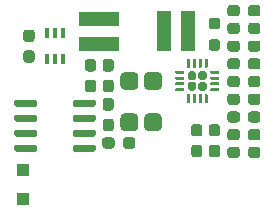
<source format=gbr>
G04 #@! TF.GenerationSoftware,KiCad,Pcbnew,(5.1.9)-1*
G04 #@! TF.CreationDate,2021-05-26T02:25:09+02:00*
G04 #@! TF.ProjectId,Omamori,4f6d616d-6f72-4692-9e6b-696361645f70,rev?*
G04 #@! TF.SameCoordinates,Original*
G04 #@! TF.FileFunction,Paste,Bot*
G04 #@! TF.FilePolarity,Positive*
%FSLAX46Y46*%
G04 Gerber Fmt 4.6, Leading zero omitted, Abs format (unit mm)*
G04 Created by KiCad (PCBNEW (5.1.9)-1) date 2021-05-26 02:25:09*
%MOMM*%
%LPD*%
G01*
G04 APERTURE LIST*
%ADD10R,1.000000X1.000000*%
%ADD11R,3.400000X1.300000*%
%ADD12R,1.300000X3.400000*%
%ADD13R,0.400000X0.900000*%
G04 APERTURE END LIST*
G36*
G01*
X33650000Y-16762500D02*
X33650000Y-17237500D01*
G75*
G02*
X33412500Y-17475000I-237500J0D01*
G01*
X32837500Y-17475000D01*
G75*
G02*
X32600000Y-17237500I0J237500D01*
G01*
X32600000Y-16762500D01*
G75*
G02*
X32837500Y-16525000I237500J0D01*
G01*
X33412500Y-16525000D01*
G75*
G02*
X33650000Y-16762500I0J-237500D01*
G01*
G37*
G36*
G01*
X35400000Y-16762500D02*
X35400000Y-17237500D01*
G75*
G02*
X35162500Y-17475000I-237500J0D01*
G01*
X34587500Y-17475000D01*
G75*
G02*
X34350000Y-17237500I0J237500D01*
G01*
X34350000Y-16762500D01*
G75*
G02*
X34587500Y-16525000I237500J0D01*
G01*
X35162500Y-16525000D01*
G75*
G02*
X35400000Y-16762500I0J-237500D01*
G01*
G37*
G36*
G01*
X31737500Y-18575000D02*
X31262500Y-18575000D01*
G75*
G02*
X31025000Y-18337500I0J237500D01*
G01*
X31025000Y-17837500D01*
G75*
G02*
X31262500Y-17600000I237500J0D01*
G01*
X31737500Y-17600000D01*
G75*
G02*
X31975000Y-17837500I0J-237500D01*
G01*
X31975000Y-18337500D01*
G75*
G02*
X31737500Y-18575000I-237500J0D01*
G01*
G37*
G36*
G01*
X31737500Y-20400000D02*
X31262500Y-20400000D01*
G75*
G02*
X31025000Y-20162500I0J237500D01*
G01*
X31025000Y-19662500D01*
G75*
G02*
X31262500Y-19425000I237500J0D01*
G01*
X31737500Y-19425000D01*
G75*
G02*
X31975000Y-19662500I0J-237500D01*
G01*
X31975000Y-20162500D01*
G75*
G02*
X31737500Y-20400000I-237500J0D01*
G01*
G37*
G36*
G01*
X25919000Y-22188000D02*
X26681000Y-22188000D01*
G75*
G02*
X27062000Y-22569000I0J-381000D01*
G01*
X27062000Y-23331000D01*
G75*
G02*
X26681000Y-23712000I-381000J0D01*
G01*
X25919000Y-23712000D01*
G75*
G02*
X25538000Y-23331000I0J381000D01*
G01*
X25538000Y-22569000D01*
G75*
G02*
X25919000Y-22188000I381000J0D01*
G01*
G37*
G36*
G01*
X23919000Y-22188000D02*
X24681000Y-22188000D01*
G75*
G02*
X25062000Y-22569000I0J-381000D01*
G01*
X25062000Y-23331000D01*
G75*
G02*
X24681000Y-23712000I-381000J0D01*
G01*
X23919000Y-23712000D01*
G75*
G02*
X23538000Y-23331000I0J381000D01*
G01*
X23538000Y-22569000D01*
G75*
G02*
X23919000Y-22188000I381000J0D01*
G01*
G37*
G36*
G01*
X23919000Y-25688000D02*
X24681000Y-25688000D01*
G75*
G02*
X25062000Y-26069000I0J-381000D01*
G01*
X25062000Y-26831000D01*
G75*
G02*
X24681000Y-27212000I-381000J0D01*
G01*
X23919000Y-27212000D01*
G75*
G02*
X23538000Y-26831000I0J381000D01*
G01*
X23538000Y-26069000D01*
G75*
G02*
X23919000Y-25688000I381000J0D01*
G01*
G37*
G36*
G01*
X25919000Y-25688000D02*
X26681000Y-25688000D01*
G75*
G02*
X27062000Y-26069000I0J-381000D01*
G01*
X27062000Y-26831000D01*
G75*
G02*
X26681000Y-27212000I-381000J0D01*
G01*
X25919000Y-27212000D01*
G75*
G02*
X25538000Y-26831000I0J381000D01*
G01*
X25538000Y-26069000D01*
G75*
G02*
X25919000Y-25688000I381000J0D01*
G01*
G37*
D10*
X15300000Y-30450000D03*
X15300000Y-32950000D03*
D11*
X21750000Y-17700000D03*
X21750000Y-19800000D03*
D12*
X27200000Y-18750000D03*
X29300000Y-18750000D03*
G36*
G01*
X20762500Y-22850000D02*
X21237500Y-22850000D01*
G75*
G02*
X21475000Y-23087500I0J-237500D01*
G01*
X21475000Y-23662500D01*
G75*
G02*
X21237500Y-23900000I-237500J0D01*
G01*
X20762500Y-23900000D01*
G75*
G02*
X20525000Y-23662500I0J237500D01*
G01*
X20525000Y-23087500D01*
G75*
G02*
X20762500Y-22850000I237500J0D01*
G01*
G37*
G36*
G01*
X20762500Y-21100000D02*
X21237500Y-21100000D01*
G75*
G02*
X21475000Y-21337500I0J-237500D01*
G01*
X21475000Y-21912500D01*
G75*
G02*
X21237500Y-22150000I-237500J0D01*
G01*
X20762500Y-22150000D01*
G75*
G02*
X20525000Y-21912500I0J237500D01*
G01*
X20525000Y-21337500D01*
G75*
G02*
X20762500Y-21100000I237500J0D01*
G01*
G37*
G36*
G01*
X33650000Y-19762500D02*
X33650000Y-20237500D01*
G75*
G02*
X33412500Y-20475000I-237500J0D01*
G01*
X32837500Y-20475000D01*
G75*
G02*
X32600000Y-20237500I0J237500D01*
G01*
X32600000Y-19762500D01*
G75*
G02*
X32837500Y-19525000I237500J0D01*
G01*
X33412500Y-19525000D01*
G75*
G02*
X33650000Y-19762500I0J-237500D01*
G01*
G37*
G36*
G01*
X35400000Y-19762500D02*
X35400000Y-20237500D01*
G75*
G02*
X35162500Y-20475000I-237500J0D01*
G01*
X34587500Y-20475000D01*
G75*
G02*
X34350000Y-20237500I0J237500D01*
G01*
X34350000Y-19762500D01*
G75*
G02*
X34587500Y-19525000I237500J0D01*
G01*
X35162500Y-19525000D01*
G75*
G02*
X35400000Y-19762500I0J-237500D01*
G01*
G37*
G36*
G01*
X16500000Y-24695000D02*
X16500000Y-24995000D01*
G75*
G02*
X16350000Y-25145000I-150000J0D01*
G01*
X14700000Y-25145000D01*
G75*
G02*
X14550000Y-24995000I0J150000D01*
G01*
X14550000Y-24695000D01*
G75*
G02*
X14700000Y-24545000I150000J0D01*
G01*
X16350000Y-24545000D01*
G75*
G02*
X16500000Y-24695000I0J-150000D01*
G01*
G37*
G36*
G01*
X16500000Y-25965000D02*
X16500000Y-26265000D01*
G75*
G02*
X16350000Y-26415000I-150000J0D01*
G01*
X14700000Y-26415000D01*
G75*
G02*
X14550000Y-26265000I0J150000D01*
G01*
X14550000Y-25965000D01*
G75*
G02*
X14700000Y-25815000I150000J0D01*
G01*
X16350000Y-25815000D01*
G75*
G02*
X16500000Y-25965000I0J-150000D01*
G01*
G37*
G36*
G01*
X16500000Y-27235000D02*
X16500000Y-27535000D01*
G75*
G02*
X16350000Y-27685000I-150000J0D01*
G01*
X14700000Y-27685000D01*
G75*
G02*
X14550000Y-27535000I0J150000D01*
G01*
X14550000Y-27235000D01*
G75*
G02*
X14700000Y-27085000I150000J0D01*
G01*
X16350000Y-27085000D01*
G75*
G02*
X16500000Y-27235000I0J-150000D01*
G01*
G37*
G36*
G01*
X16500000Y-28505000D02*
X16500000Y-28805000D01*
G75*
G02*
X16350000Y-28955000I-150000J0D01*
G01*
X14700000Y-28955000D01*
G75*
G02*
X14550000Y-28805000I0J150000D01*
G01*
X14550000Y-28505000D01*
G75*
G02*
X14700000Y-28355000I150000J0D01*
G01*
X16350000Y-28355000D01*
G75*
G02*
X16500000Y-28505000I0J-150000D01*
G01*
G37*
G36*
G01*
X21450000Y-28505000D02*
X21450000Y-28805000D01*
G75*
G02*
X21300000Y-28955000I-150000J0D01*
G01*
X19650000Y-28955000D01*
G75*
G02*
X19500000Y-28805000I0J150000D01*
G01*
X19500000Y-28505000D01*
G75*
G02*
X19650000Y-28355000I150000J0D01*
G01*
X21300000Y-28355000D01*
G75*
G02*
X21450000Y-28505000I0J-150000D01*
G01*
G37*
G36*
G01*
X21450000Y-27235000D02*
X21450000Y-27535000D01*
G75*
G02*
X21300000Y-27685000I-150000J0D01*
G01*
X19650000Y-27685000D01*
G75*
G02*
X19500000Y-27535000I0J150000D01*
G01*
X19500000Y-27235000D01*
G75*
G02*
X19650000Y-27085000I150000J0D01*
G01*
X21300000Y-27085000D01*
G75*
G02*
X21450000Y-27235000I0J-150000D01*
G01*
G37*
G36*
G01*
X21450000Y-25965000D02*
X21450000Y-26265000D01*
G75*
G02*
X21300000Y-26415000I-150000J0D01*
G01*
X19650000Y-26415000D01*
G75*
G02*
X19500000Y-26265000I0J150000D01*
G01*
X19500000Y-25965000D01*
G75*
G02*
X19650000Y-25815000I150000J0D01*
G01*
X21300000Y-25815000D01*
G75*
G02*
X21450000Y-25965000I0J-150000D01*
G01*
G37*
G36*
G01*
X21450000Y-24695000D02*
X21450000Y-24995000D01*
G75*
G02*
X21300000Y-25145000I-150000J0D01*
G01*
X19650000Y-25145000D01*
G75*
G02*
X19500000Y-24995000I0J150000D01*
G01*
X19500000Y-24695000D01*
G75*
G02*
X19650000Y-24545000I150000J0D01*
G01*
X21300000Y-24545000D01*
G75*
G02*
X21450000Y-24695000I0J-150000D01*
G01*
G37*
D13*
X18650000Y-18900000D03*
X17350000Y-18900000D03*
X18000000Y-21100000D03*
X18000000Y-18900000D03*
X17350000Y-21100000D03*
X18650000Y-21100000D03*
G36*
G01*
X34350000Y-23237500D02*
X34350000Y-22762500D01*
G75*
G02*
X34587500Y-22525000I237500J0D01*
G01*
X35162500Y-22525000D01*
G75*
G02*
X35400000Y-22762500I0J-237500D01*
G01*
X35400000Y-23237500D01*
G75*
G02*
X35162500Y-23475000I-237500J0D01*
G01*
X34587500Y-23475000D01*
G75*
G02*
X34350000Y-23237500I0J237500D01*
G01*
G37*
G36*
G01*
X32600000Y-23237500D02*
X32600000Y-22762500D01*
G75*
G02*
X32837500Y-22525000I237500J0D01*
G01*
X33412500Y-22525000D01*
G75*
G02*
X33650000Y-22762500I0J-237500D01*
G01*
X33650000Y-23237500D01*
G75*
G02*
X33412500Y-23475000I-237500J0D01*
G01*
X32837500Y-23475000D01*
G75*
G02*
X32600000Y-23237500I0J237500D01*
G01*
G37*
G36*
G01*
X34350000Y-27737500D02*
X34350000Y-27262500D01*
G75*
G02*
X34587500Y-27025000I237500J0D01*
G01*
X35162500Y-27025000D01*
G75*
G02*
X35400000Y-27262500I0J-237500D01*
G01*
X35400000Y-27737500D01*
G75*
G02*
X35162500Y-27975000I-237500J0D01*
G01*
X34587500Y-27975000D01*
G75*
G02*
X34350000Y-27737500I0J237500D01*
G01*
G37*
G36*
G01*
X32600000Y-27737500D02*
X32600000Y-27262500D01*
G75*
G02*
X32837500Y-27025000I237500J0D01*
G01*
X33412500Y-27025000D01*
G75*
G02*
X33650000Y-27262500I0J-237500D01*
G01*
X33650000Y-27737500D01*
G75*
G02*
X33412500Y-27975000I-237500J0D01*
G01*
X32837500Y-27975000D01*
G75*
G02*
X32600000Y-27737500I0J237500D01*
G01*
G37*
G36*
G01*
X33650000Y-25762500D02*
X33650000Y-26237500D01*
G75*
G02*
X33412500Y-26475000I-237500J0D01*
G01*
X32837500Y-26475000D01*
G75*
G02*
X32600000Y-26237500I0J237500D01*
G01*
X32600000Y-25762500D01*
G75*
G02*
X32837500Y-25525000I237500J0D01*
G01*
X33412500Y-25525000D01*
G75*
G02*
X33650000Y-25762500I0J-237500D01*
G01*
G37*
G36*
G01*
X35400000Y-25762500D02*
X35400000Y-26237500D01*
G75*
G02*
X35162500Y-26475000I-237500J0D01*
G01*
X34587500Y-26475000D01*
G75*
G02*
X34350000Y-26237500I0J237500D01*
G01*
X34350000Y-25762500D01*
G75*
G02*
X34587500Y-25525000I237500J0D01*
G01*
X35162500Y-25525000D01*
G75*
G02*
X35400000Y-25762500I0J-237500D01*
G01*
G37*
G36*
G01*
X34350000Y-24737500D02*
X34350000Y-24262500D01*
G75*
G02*
X34587500Y-24025000I237500J0D01*
G01*
X35162500Y-24025000D01*
G75*
G02*
X35400000Y-24262500I0J-237500D01*
G01*
X35400000Y-24737500D01*
G75*
G02*
X35162500Y-24975000I-237500J0D01*
G01*
X34587500Y-24975000D01*
G75*
G02*
X34350000Y-24737500I0J237500D01*
G01*
G37*
G36*
G01*
X32600000Y-24737500D02*
X32600000Y-24262500D01*
G75*
G02*
X32837500Y-24025000I237500J0D01*
G01*
X33412500Y-24025000D01*
G75*
G02*
X33650000Y-24262500I0J-237500D01*
G01*
X33650000Y-24737500D01*
G75*
G02*
X33412500Y-24975000I-237500J0D01*
G01*
X32837500Y-24975000D01*
G75*
G02*
X32600000Y-24737500I0J237500D01*
G01*
G37*
G36*
G01*
X29762500Y-28350000D02*
X30237500Y-28350000D01*
G75*
G02*
X30475000Y-28587500I0J-237500D01*
G01*
X30475000Y-29162500D01*
G75*
G02*
X30237500Y-29400000I-237500J0D01*
G01*
X29762500Y-29400000D01*
G75*
G02*
X29525000Y-29162500I0J237500D01*
G01*
X29525000Y-28587500D01*
G75*
G02*
X29762500Y-28350000I237500J0D01*
G01*
G37*
G36*
G01*
X29762500Y-26600000D02*
X30237500Y-26600000D01*
G75*
G02*
X30475000Y-26837500I0J-237500D01*
G01*
X30475000Y-27412500D01*
G75*
G02*
X30237500Y-27650000I-237500J0D01*
G01*
X29762500Y-27650000D01*
G75*
G02*
X29525000Y-27412500I0J237500D01*
G01*
X29525000Y-26837500D01*
G75*
G02*
X29762500Y-26600000I237500J0D01*
G01*
G37*
G36*
G01*
X31262500Y-28350000D02*
X31737500Y-28350000D01*
G75*
G02*
X31975000Y-28587500I0J-237500D01*
G01*
X31975000Y-29162500D01*
G75*
G02*
X31737500Y-29400000I-237500J0D01*
G01*
X31262500Y-29400000D01*
G75*
G02*
X31025000Y-29162500I0J237500D01*
G01*
X31025000Y-28587500D01*
G75*
G02*
X31262500Y-28350000I237500J0D01*
G01*
G37*
G36*
G01*
X31262500Y-26600000D02*
X31737500Y-26600000D01*
G75*
G02*
X31975000Y-26837500I0J-237500D01*
G01*
X31975000Y-27412500D01*
G75*
G02*
X31737500Y-27650000I-237500J0D01*
G01*
X31262500Y-27650000D01*
G75*
G02*
X31025000Y-27412500I0J237500D01*
G01*
X31025000Y-26837500D01*
G75*
G02*
X31262500Y-26600000I237500J0D01*
G01*
G37*
G36*
G01*
X33650000Y-28762500D02*
X33650000Y-29237500D01*
G75*
G02*
X33412500Y-29475000I-237500J0D01*
G01*
X32837500Y-29475000D01*
G75*
G02*
X32600000Y-29237500I0J237500D01*
G01*
X32600000Y-28762500D01*
G75*
G02*
X32837500Y-28525000I237500J0D01*
G01*
X33412500Y-28525000D01*
G75*
G02*
X33650000Y-28762500I0J-237500D01*
G01*
G37*
G36*
G01*
X35400000Y-28762500D02*
X35400000Y-29237500D01*
G75*
G02*
X35162500Y-29475000I-237500J0D01*
G01*
X34587500Y-29475000D01*
G75*
G02*
X34350000Y-29237500I0J237500D01*
G01*
X34350000Y-28762500D01*
G75*
G02*
X34587500Y-28525000I237500J0D01*
G01*
X35162500Y-28525000D01*
G75*
G02*
X35400000Y-28762500I0J-237500D01*
G01*
G37*
G36*
G01*
X23050000Y-27962500D02*
X23050000Y-28437500D01*
G75*
G02*
X22812500Y-28675000I-237500J0D01*
G01*
X22237500Y-28675000D01*
G75*
G02*
X22000000Y-28437500I0J237500D01*
G01*
X22000000Y-27962500D01*
G75*
G02*
X22237500Y-27725000I237500J0D01*
G01*
X22812500Y-27725000D01*
G75*
G02*
X23050000Y-27962500I0J-237500D01*
G01*
G37*
G36*
G01*
X24800000Y-27962500D02*
X24800000Y-28437500D01*
G75*
G02*
X24562500Y-28675000I-237500J0D01*
G01*
X23987500Y-28675000D01*
G75*
G02*
X23750000Y-28437500I0J237500D01*
G01*
X23750000Y-27962500D01*
G75*
G02*
X23987500Y-27725000I237500J0D01*
G01*
X24562500Y-27725000D01*
G75*
G02*
X24800000Y-27962500I0J-237500D01*
G01*
G37*
G36*
G01*
X34350000Y-21737500D02*
X34350000Y-21262500D01*
G75*
G02*
X34587500Y-21025000I237500J0D01*
G01*
X35162500Y-21025000D01*
G75*
G02*
X35400000Y-21262500I0J-237500D01*
G01*
X35400000Y-21737500D01*
G75*
G02*
X35162500Y-21975000I-237500J0D01*
G01*
X34587500Y-21975000D01*
G75*
G02*
X34350000Y-21737500I0J237500D01*
G01*
G37*
G36*
G01*
X32600000Y-21737500D02*
X32600000Y-21262500D01*
G75*
G02*
X32837500Y-21025000I237500J0D01*
G01*
X33412500Y-21025000D01*
G75*
G02*
X33650000Y-21262500I0J-237500D01*
G01*
X33650000Y-21737500D01*
G75*
G02*
X33412500Y-21975000I-237500J0D01*
G01*
X32837500Y-21975000D01*
G75*
G02*
X32600000Y-21737500I0J237500D01*
G01*
G37*
G36*
G01*
X15562500Y-20350000D02*
X16037500Y-20350000D01*
G75*
G02*
X16275000Y-20587500I0J-237500D01*
G01*
X16275000Y-21162500D01*
G75*
G02*
X16037500Y-21400000I-237500J0D01*
G01*
X15562500Y-21400000D01*
G75*
G02*
X15325000Y-21162500I0J237500D01*
G01*
X15325000Y-20587500D01*
G75*
G02*
X15562500Y-20350000I237500J0D01*
G01*
G37*
G36*
G01*
X15562500Y-18600000D02*
X16037500Y-18600000D01*
G75*
G02*
X16275000Y-18837500I0J-237500D01*
G01*
X16275000Y-19412500D01*
G75*
G02*
X16037500Y-19650000I-237500J0D01*
G01*
X15562500Y-19650000D01*
G75*
G02*
X15325000Y-19412500I0J237500D01*
G01*
X15325000Y-18837500D01*
G75*
G02*
X15562500Y-18600000I237500J0D01*
G01*
G37*
G36*
G01*
X22737500Y-25450000D02*
X22262500Y-25450000D01*
G75*
G02*
X22025000Y-25212500I0J237500D01*
G01*
X22025000Y-24637500D01*
G75*
G02*
X22262500Y-24400000I237500J0D01*
G01*
X22737500Y-24400000D01*
G75*
G02*
X22975000Y-24637500I0J-237500D01*
G01*
X22975000Y-25212500D01*
G75*
G02*
X22737500Y-25450000I-237500J0D01*
G01*
G37*
G36*
G01*
X22737500Y-27200000D02*
X22262500Y-27200000D01*
G75*
G02*
X22025000Y-26962500I0J237500D01*
G01*
X22025000Y-26387500D01*
G75*
G02*
X22262500Y-26150000I237500J0D01*
G01*
X22737500Y-26150000D01*
G75*
G02*
X22975000Y-26387500I0J-237500D01*
G01*
X22975000Y-26962500D01*
G75*
G02*
X22737500Y-27200000I-237500J0D01*
G01*
G37*
G36*
G01*
X34350000Y-18737500D02*
X34350000Y-18262500D01*
G75*
G02*
X34587500Y-18025000I237500J0D01*
G01*
X35162500Y-18025000D01*
G75*
G02*
X35400000Y-18262500I0J-237500D01*
G01*
X35400000Y-18737500D01*
G75*
G02*
X35162500Y-18975000I-237500J0D01*
G01*
X34587500Y-18975000D01*
G75*
G02*
X34350000Y-18737500I0J237500D01*
G01*
G37*
G36*
G01*
X32600000Y-18737500D02*
X32600000Y-18262500D01*
G75*
G02*
X32837500Y-18025000I237500J0D01*
G01*
X33412500Y-18025000D01*
G75*
G02*
X33650000Y-18262500I0J-237500D01*
G01*
X33650000Y-18737500D01*
G75*
G02*
X33412500Y-18975000I-237500J0D01*
G01*
X32837500Y-18975000D01*
G75*
G02*
X32600000Y-18737500I0J237500D01*
G01*
G37*
G36*
G01*
X22262500Y-22850000D02*
X22737500Y-22850000D01*
G75*
G02*
X22975000Y-23087500I0J-237500D01*
G01*
X22975000Y-23662500D01*
G75*
G02*
X22737500Y-23900000I-237500J0D01*
G01*
X22262500Y-23900000D01*
G75*
G02*
X22025000Y-23662500I0J237500D01*
G01*
X22025000Y-23087500D01*
G75*
G02*
X22262500Y-22850000I237500J0D01*
G01*
G37*
G36*
G01*
X22262500Y-21100000D02*
X22737500Y-21100000D01*
G75*
G02*
X22975000Y-21337500I0J-237500D01*
G01*
X22975000Y-21912500D01*
G75*
G02*
X22737500Y-22150000I-237500J0D01*
G01*
X22262500Y-22150000D01*
G75*
G02*
X22025000Y-21912500I0J237500D01*
G01*
X22025000Y-21337500D01*
G75*
G02*
X22262500Y-21100000I237500J0D01*
G01*
G37*
G36*
G01*
X30317500Y-23035000D02*
X30682500Y-23035000D01*
G75*
G02*
X30865000Y-23217500I0J-182500D01*
G01*
X30865000Y-23582500D01*
G75*
G02*
X30682500Y-23765000I-182500J0D01*
G01*
X30317500Y-23765000D01*
G75*
G02*
X30135000Y-23582500I0J182500D01*
G01*
X30135000Y-23217500D01*
G75*
G02*
X30317500Y-23035000I182500J0D01*
G01*
G37*
G36*
G01*
X29417500Y-23035000D02*
X29782500Y-23035000D01*
G75*
G02*
X29965000Y-23217500I0J-182500D01*
G01*
X29965000Y-23582500D01*
G75*
G02*
X29782500Y-23765000I-182500J0D01*
G01*
X29417500Y-23765000D01*
G75*
G02*
X29235000Y-23582500I0J182500D01*
G01*
X29235000Y-23217500D01*
G75*
G02*
X29417500Y-23035000I182500J0D01*
G01*
G37*
G36*
G01*
X30317500Y-22135000D02*
X30682500Y-22135000D01*
G75*
G02*
X30865000Y-22317500I0J-182500D01*
G01*
X30865000Y-22682500D01*
G75*
G02*
X30682500Y-22865000I-182500J0D01*
G01*
X30317500Y-22865000D01*
G75*
G02*
X30135000Y-22682500I0J182500D01*
G01*
X30135000Y-22317500D01*
G75*
G02*
X30317500Y-22135000I182500J0D01*
G01*
G37*
G36*
G01*
X29417500Y-22135000D02*
X29782500Y-22135000D01*
G75*
G02*
X29965000Y-22317500I0J-182500D01*
G01*
X29965000Y-22682500D01*
G75*
G02*
X29782500Y-22865000I-182500J0D01*
G01*
X29417500Y-22865000D01*
G75*
G02*
X29235000Y-22682500I0J182500D01*
G01*
X29235000Y-22317500D01*
G75*
G02*
X29417500Y-22135000I182500J0D01*
G01*
G37*
G36*
G01*
X28237500Y-22075000D02*
X28887500Y-22075000D01*
G75*
G02*
X28950000Y-22137500I0J-62500D01*
G01*
X28950000Y-22262500D01*
G75*
G02*
X28887500Y-22325000I-62500J0D01*
G01*
X28237500Y-22325000D01*
G75*
G02*
X28175000Y-22262500I0J62500D01*
G01*
X28175000Y-22137500D01*
G75*
G02*
X28237500Y-22075000I62500J0D01*
G01*
G37*
G36*
G01*
X28237500Y-22575000D02*
X28887500Y-22575000D01*
G75*
G02*
X28950000Y-22637500I0J-62500D01*
G01*
X28950000Y-22762500D01*
G75*
G02*
X28887500Y-22825000I-62500J0D01*
G01*
X28237500Y-22825000D01*
G75*
G02*
X28175000Y-22762500I0J62500D01*
G01*
X28175000Y-22637500D01*
G75*
G02*
X28237500Y-22575000I62500J0D01*
G01*
G37*
G36*
G01*
X28237500Y-23075000D02*
X28887500Y-23075000D01*
G75*
G02*
X28950000Y-23137500I0J-62500D01*
G01*
X28950000Y-23262500D01*
G75*
G02*
X28887500Y-23325000I-62500J0D01*
G01*
X28237500Y-23325000D01*
G75*
G02*
X28175000Y-23262500I0J62500D01*
G01*
X28175000Y-23137500D01*
G75*
G02*
X28237500Y-23075000I62500J0D01*
G01*
G37*
G36*
G01*
X28237500Y-23575000D02*
X28887500Y-23575000D01*
G75*
G02*
X28950000Y-23637500I0J-62500D01*
G01*
X28950000Y-23762500D01*
G75*
G02*
X28887500Y-23825000I-62500J0D01*
G01*
X28237500Y-23825000D01*
G75*
G02*
X28175000Y-23762500I0J62500D01*
G01*
X28175000Y-23637500D01*
G75*
G02*
X28237500Y-23575000I62500J0D01*
G01*
G37*
G36*
G01*
X29237500Y-24050000D02*
X29362500Y-24050000D01*
G75*
G02*
X29425000Y-24112500I0J-62500D01*
G01*
X29425000Y-24762500D01*
G75*
G02*
X29362500Y-24825000I-62500J0D01*
G01*
X29237500Y-24825000D01*
G75*
G02*
X29175000Y-24762500I0J62500D01*
G01*
X29175000Y-24112500D01*
G75*
G02*
X29237500Y-24050000I62500J0D01*
G01*
G37*
G36*
G01*
X29737500Y-24050000D02*
X29862500Y-24050000D01*
G75*
G02*
X29925000Y-24112500I0J-62500D01*
G01*
X29925000Y-24762500D01*
G75*
G02*
X29862500Y-24825000I-62500J0D01*
G01*
X29737500Y-24825000D01*
G75*
G02*
X29675000Y-24762500I0J62500D01*
G01*
X29675000Y-24112500D01*
G75*
G02*
X29737500Y-24050000I62500J0D01*
G01*
G37*
G36*
G01*
X30237500Y-24050000D02*
X30362500Y-24050000D01*
G75*
G02*
X30425000Y-24112500I0J-62500D01*
G01*
X30425000Y-24762500D01*
G75*
G02*
X30362500Y-24825000I-62500J0D01*
G01*
X30237500Y-24825000D01*
G75*
G02*
X30175000Y-24762500I0J62500D01*
G01*
X30175000Y-24112500D01*
G75*
G02*
X30237500Y-24050000I62500J0D01*
G01*
G37*
G36*
G01*
X30737500Y-24050000D02*
X30862500Y-24050000D01*
G75*
G02*
X30925000Y-24112500I0J-62500D01*
G01*
X30925000Y-24762500D01*
G75*
G02*
X30862500Y-24825000I-62500J0D01*
G01*
X30737500Y-24825000D01*
G75*
G02*
X30675000Y-24762500I0J62500D01*
G01*
X30675000Y-24112500D01*
G75*
G02*
X30737500Y-24050000I62500J0D01*
G01*
G37*
G36*
G01*
X31212500Y-23575000D02*
X31862500Y-23575000D01*
G75*
G02*
X31925000Y-23637500I0J-62500D01*
G01*
X31925000Y-23762500D01*
G75*
G02*
X31862500Y-23825000I-62500J0D01*
G01*
X31212500Y-23825000D01*
G75*
G02*
X31150000Y-23762500I0J62500D01*
G01*
X31150000Y-23637500D01*
G75*
G02*
X31212500Y-23575000I62500J0D01*
G01*
G37*
G36*
G01*
X31212500Y-23075000D02*
X31862500Y-23075000D01*
G75*
G02*
X31925000Y-23137500I0J-62500D01*
G01*
X31925000Y-23262500D01*
G75*
G02*
X31862500Y-23325000I-62500J0D01*
G01*
X31212500Y-23325000D01*
G75*
G02*
X31150000Y-23262500I0J62500D01*
G01*
X31150000Y-23137500D01*
G75*
G02*
X31212500Y-23075000I62500J0D01*
G01*
G37*
G36*
G01*
X31212500Y-22575000D02*
X31862500Y-22575000D01*
G75*
G02*
X31925000Y-22637500I0J-62500D01*
G01*
X31925000Y-22762500D01*
G75*
G02*
X31862500Y-22825000I-62500J0D01*
G01*
X31212500Y-22825000D01*
G75*
G02*
X31150000Y-22762500I0J62500D01*
G01*
X31150000Y-22637500D01*
G75*
G02*
X31212500Y-22575000I62500J0D01*
G01*
G37*
G36*
G01*
X31212500Y-22075000D02*
X31862500Y-22075000D01*
G75*
G02*
X31925000Y-22137500I0J-62500D01*
G01*
X31925000Y-22262500D01*
G75*
G02*
X31862500Y-22325000I-62500J0D01*
G01*
X31212500Y-22325000D01*
G75*
G02*
X31150000Y-22262500I0J62500D01*
G01*
X31150000Y-22137500D01*
G75*
G02*
X31212500Y-22075000I62500J0D01*
G01*
G37*
G36*
G01*
X30737500Y-21075000D02*
X30862500Y-21075000D01*
G75*
G02*
X30925000Y-21137500I0J-62500D01*
G01*
X30925000Y-21787500D01*
G75*
G02*
X30862500Y-21850000I-62500J0D01*
G01*
X30737500Y-21850000D01*
G75*
G02*
X30675000Y-21787500I0J62500D01*
G01*
X30675000Y-21137500D01*
G75*
G02*
X30737500Y-21075000I62500J0D01*
G01*
G37*
G36*
G01*
X30237500Y-21075000D02*
X30362500Y-21075000D01*
G75*
G02*
X30425000Y-21137500I0J-62500D01*
G01*
X30425000Y-21787500D01*
G75*
G02*
X30362500Y-21850000I-62500J0D01*
G01*
X30237500Y-21850000D01*
G75*
G02*
X30175000Y-21787500I0J62500D01*
G01*
X30175000Y-21137500D01*
G75*
G02*
X30237500Y-21075000I62500J0D01*
G01*
G37*
G36*
G01*
X29737500Y-21075000D02*
X29862500Y-21075000D01*
G75*
G02*
X29925000Y-21137500I0J-62500D01*
G01*
X29925000Y-21787500D01*
G75*
G02*
X29862500Y-21850000I-62500J0D01*
G01*
X29737500Y-21850000D01*
G75*
G02*
X29675000Y-21787500I0J62500D01*
G01*
X29675000Y-21137500D01*
G75*
G02*
X29737500Y-21075000I62500J0D01*
G01*
G37*
G36*
G01*
X29237500Y-21075000D02*
X29362500Y-21075000D01*
G75*
G02*
X29425000Y-21137500I0J-62500D01*
G01*
X29425000Y-21787500D01*
G75*
G02*
X29362500Y-21850000I-62500J0D01*
G01*
X29237500Y-21850000D01*
G75*
G02*
X29175000Y-21787500I0J62500D01*
G01*
X29175000Y-21137500D01*
G75*
G02*
X29237500Y-21075000I62500J0D01*
G01*
G37*
M02*

</source>
